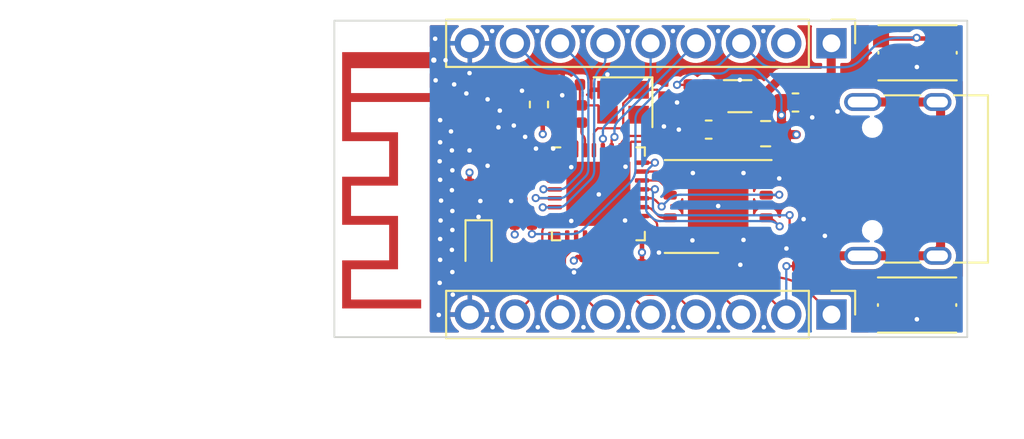
<source format=kicad_pcb>
(kicad_pcb (version 20211014) (generator pcbnew)
  (layers (0 "F.Cu" signal) (1 "In1.Cu" signal) (2 "In2.Cu" signal) (31 "B.Cu" signal) (34 "B.Paste" user) (35 "F.Paste" user) (36 "B.SilkS" user "B.Silkscreen") (37 "F.SilkS" user "F.Silkscreen") (38 "B.Mask" user) (39 "F.Mask" user) (44 "Edge.Cuts" user))
  (net 0 "")
  (net 1 "Net-(C1-Pad1)")
  (net 2 "GND")
  (net 3 "+3V3")
  (net 4 "Net-(C6-Pad1)")
  (net 5 "Net-(C8-Pad1)")
  (net 6 "Net-(C9-Pad1)")
  (net 7 "VBUS")
  (net 8 "/EN")
  (net 9 "/GPIO0")
  (net 10 "/GPIO1")
  (net 11 "/GPIO2")
  (net 12 "/GPIO3")
  (net 13 "/GPIO4")
  (net 14 "/GPIO5")
  (net 15 "/GPIO6")
  (net 16 "/GPIO7")
  (net 17 "/GPIO8")
  (net 18 "/GPIO9")
  (net 19 "/GPIO10")
  (net 20 "Net-(J3-PadS1)")
  (net 21 "/USB_D_N")
  (net 22 "/USB_D_P")
  (net 24 "Net-(J3-PadA5)")
  (net 26 "Net-(J3-PadB5)")
  (net 27 "Net-(R2-Pad2)")
  (net 28 "Net-(R3-Pad1)")
  (net 29 "Net-(R4-Pad1)")
  (net 30 "/GPIO20")
  (net 31 "/GPIO21")
  (net 32 "Net-(AE1-Pad1)")
  (net 33 "Net-(U1-Pad19)")
  (net 34 "Net-(U1-Pad20)")
  (net 35 "Net-(U1-Pad21)")
  (net 36 "Net-(U1-Pad22)")
  (net 37 "Net-(U1-Pad23)")
  (net 38 "Net-(U1-Pad24)")
  (net 39 "Net-(C10-Pad2)")
  (net 40 "Net-(L3-Pad1)")
  (net 41 "Net-(R5-Pad1)")
  (net 43 "Net-(D1-Pad2)")
  (net 44 "Net-(R8-Pad2)")
  (footprint "Package_DFN_QFN:QFN-32-1EP_5x5mm_P0.5mm_EP3.6x3.6mm" (layer "F.Cu") (at 126.5936 75.7682)
    (fp_text reference "U1" hide)
    (fp_text value "ESP32-C3" hide)
  )
  (footprint "Package_SON:WSON-8-1EP_6x5mm_P1.27mm_EP3.4x4.3mm" (layer "F.Cu") (at 133.3246 76.4794 180)
    (fp_text reference "U2" hide)
    (fp_text value "W25Q32JVZP" hide)
  )
  (footprint "Connector_USB:USB_C_Receptacle_HRO_TYPE-C-31-M-12" (layer "F.Cu") (at 144.5832 74.9326 90)
    (fp_text reference "J3" hide)
    (fp_text value "USB_C_Receptacle_USB2.0")
  )
  (footprint "Resistor_SMD:R_0402_1005Metric" (layer "F.Cu") (at 122.3772 77.47)
    (fp_text reference "R1" hide)
    (fp_text value "10K" hide)
  )
  (footprint "Capacitor_SMD:C_0402_1005Metric" (layer "F.Cu") (at 131.4958 79.756)
    (fp_text reference "C12" hide)
    (fp_text value "0.1uF" hide)
  )
  (footprint "Inductor_SMD:L_0805_2012Metric" (layer "F.Cu") (at 135.9916 72.39)
    (fp_text reference "L3" hide)
    (fp_text value "1.0uH" hide)
  )
  (footprint "Capacitor_SMD:C_0402_1005Metric" (layer "F.Cu") (at 119.3546 75.692 -90)
    (fp_text reference "C3" hide)
    (fp_text value "0.1uF" hide)
  )
  (footprint "Package_TO_SOT_SMD:SOT-563" (layer "F.Cu") (at 134.5438 70.2818)
    (fp_text reference "U3" hide)
    (fp_text value "TLV62569DRL" hide)
  )
  (footprint "Resistor_SMD:R_0402_1005Metric" (layer "F.Cu") (at 138.811 76.708 90)
    (fp_text reference "R12" hide)
    (fp_text value "5.1K" hide)
  )
  (footprint "Resistor_SMD:R_0402_1005Metric" (layer "F.Cu") (at 138.2498 78.8416)
    (fp_text reference "R14" hide)
    (fp_text value "1M" hide)
  )
  (footprint "Resistor_SMD:R_0402_1005Metric" (layer "F.Cu") (at 122.3748 79.5274 180)
    (fp_text reference "R7" hide)
    (fp_text value "1K" hide)
  )
  (footprint "Capacitor_SMD:C_0402_1005Metric" (layer "F.Cu") (at 125.074399 69.6326 180)
    (fp_text reference "C8" hide)
    (fp_text value "18pF" hide)
  )
  (footprint "Capacitor_SMD:C_0402_1005Metric" (layer "F.Cu") (at 130.2766 70.7898 -90)
    (fp_text reference "C1" hide)
    (fp_text value "18pF" hide)
  )
  (footprint "Capacitor_SMD:C_0402_1005Metric" (layer "F.Cu") (at 129.5146 79.756)
    (fp_text reference "C5" hide)
    (fp_text value "0.1uF" hide)
  )
  (footprint "Capacitor_SMD:C_0603_1608Metric" (layer "F.Cu") (at 132.7912 72.1614 180)
    (fp_text reference "C13" hide)
    (fp_text value "4.7uF" hide)
  )
  (footprint "Capacitor_SMD:C_0603_1608Metric" (layer "F.Cu") (at 137.668 70.6374)
    (fp_text reference "C14" hide)
    (fp_text value "22uF" hide)
  )
  (footprint "Connector_PinHeader_2.54mm:PinHeader_1x09_P2.54mm_Vertical" (layer "F.Cu") (at 139.69 67.31 -90)
    (fp_text reference "J1" hide)
    (fp_text value "Conn_01x09" hide)
  )
  (footprint "Capacitor_SMD:C_0402_1005Metric" (layer "F.Cu") (at 119.5578 71.2724 45)
    (fp_text reference "C11" hide)
    (fp_text value "TBD" hide)
  )
  (footprint "Inductor_SMD:L_0402_1005Metric" (layer "F.Cu") (at 120.2944 72.644 135)
    (fp_text reference "L2" hide)
    (fp_text value "TBD" hide)
  )
  (footprint "Crystal:Crystal_SMD_2520-4Pin_2.5x2.0mm" (layer "F.Cu") (at 127.9792 70.6232 180)
    (fp_text reference "Y1" hide)
    (fp_text value "40Mhz" hide)
  )
  (footprint "Resistor_SMD:R_0402_1005Metric" (layer "F.Cu") (at 138.317 75.184)
    (fp_text reference "R3" hide)
    (fp_text value "0" hide)
  )
  (footprint "Capacitor_SMD:C_0402_1005Metric" (layer "F.Cu") (at 133.4008 79.756 180)
    (fp_text reference "C10" hide)
    (fp_text value "1uF" hide)
  )
  (footprint "Resistor_SMD:R_0402_1005Metric" (layer "F.Cu") (at 138.557 72.7202 -90)
    (fp_text reference "R13" hide)
    (fp_text value "5.1K" hide)
  )
  (footprint "Capacitor_SMD:C_0402_1005Metric" (layer "F.Cu") (at 122.301 75.692 -90)
    (fp_text reference "C6" hide)
    (fp_text value "0.1uF" hide)
  )
  (footprint "Resistor_SMD:R_0402_1005Metric" (layer "F.Cu") (at 125.6424 71.2836 -90)
    (fp_text reference "R2" hide)
    (fp_text value "0" hide)
  )
  (footprint "Inductor_SMD:L_0402_1005Metric" (layer "F.Cu") (at 120.8254 75.2348)
    (fp_text reference "L1" hide)
    (fp_text value "2.0nH" hide)
  )
  (footprint "Resistor_SMD:R_0402_1005Metric" (layer "F.Cu") (at 138.2522 79.8322)
    (fp_text reference "R8" hide)
    (fp_text value "1K" hide)
  )
  (footprint "Connector_PinHeader_2.54mm:PinHeader_1x09_P2.54mm_Vertical" (layer "F.Cu") (at 139.69 82.55 -90)
    (fp_text reference "J2" hide)
    (fp_text value "Conn_01x09" hide)
  )
  (footprint "Capacitor_SMD:C_0402_1005Metric" (layer "F.Cu") (at 121.67417 73.363276 45)
    (fp_text reference "C9" hide)
    (fp_text value "TBD" hide)
  )
  (footprint "Capacitor_SMD:C_0603_1608Metric" (layer "F.Cu") (at 123.2548 70.7502 90)
    (fp_text reference "C4" hide)
    (fp_text value "10uF" hide)
  )
  (footprint "RF_Antenna:Texas_SWRA117D_2.4GHz_Left" (layer "F.Cu") (at 117.348 70.358 90)
    (fp_text reference "AE1" hide)
    (fp_text value "Antenna_Shield" hide)
  )
  (footprint "Resistor_SMD:R_0402_1005Metric" (layer "F.Cu") (at 132.1562 69.6468 180)
    (fp_text reference "R5" hide)
    (fp_text value "210K" hide)
  )
  (footprint "Capacitor_SMD:C_0402_1005Metric" (layer "F.Cu") (at 125.8316 79.8068 -90)
    (fp_text reference "C2" hide)
    (fp_text value "0.1uF" hide)
  )
  (footprint "Button_Switch_SMD:SW_Push_1P1T_NO_CK_KMR2" (layer "F.Cu") (at 144.526 67.8434)
    (fp_text reference "SW2" hide)
    (fp_text value "SW_Push" hide)
  )
  (footprint "LED_SMD:LED_0603_1608Metric" (layer "F.Cu") (at 119.8626 78.74 -90)
    (fp_text reference "D1" hide)
    (fp_text value "LED" hide)
  )
  (footprint "Button_Switch_SMD:SW_Push_1P1T_NO_CK_KMR2" (layer "F.Cu") (at 144.5006 82.0166)
    (fp_text reference "SW1" hide)
    (fp_text value "SW_Push" hide)
  )
  (footprint "Resistor_SMD:R_0402_1005Metric" (layer "F.Cu") (at 132.1562 70.6374)
    (fp_text reference "R6" hide)
    (fp_text value "47K" hide)
  )
  (footprint "Capacitor_SMD:C_0402_1005Metric" (layer "F.Cu") (at 124.5664 71.2836 90)
    (fp_text reference "C7" hide)
    (fp_text value "1uF" hide)
  )
  (footprint "Resistor_SMD:R_0402_1005Metric" (layer "F.Cu") (at 138.317001 74.168)
    (fp_text reference "R4" hide)
    (fp_text value "0" hide)
  )
  (gr_rect (start 111.76 66.04) (end 147.32 83.82) (layer "Edge.Cuts") (width 0.1) (fill none))
  (segment (start 127.913389 72.086211) (end 127.9906 72.009) (width 0.127) (layer "F.Cu") (net 1))
  (segment (start 128.8542 69.9232) (end 129.895 69.9232) (width 0.127) (layer "F.Cu") (net 1))
  (segment (start 129.895 69.9232) (end 130.2766 70.3048) (width 0.127) (layer "F.Cu") (net 1))
  (segment (start 126.567189 72.086211) (end 127.913389 72.086211) (width 0.127) (layer "F.Cu") (net 1))
  (segment (start 127.9906 72.009) (end 127.9906 70.6882) (width 0.127) (layer "F.Cu") (net 1))
  (segment (start 126.4158 72.2376) (end 126.567189 72.086211) (width 0.127) (layer "F.Cu") (net 1))
  (segment (start 126.3436 73.3182) (end 126.3436 72.411906) (width 0.127) (layer "F.Cu") (net 1))
  (segment (start 128.7556 69.9232) (end 128.8542 69.9232) (width 0.127) (layer "F.Cu") (net 1))
  (segment (start 127.9906 70.6882) (end 128.7556 69.9232) (width 0.127) (layer "F.Cu") (net 1))
  (arc (start 126.3436 72.411906) (mid 126.362364 72.317573) (end 126.4158 72.2376) (width 0.127) (layer "F.Cu") (net 1))
  (segment (start 142.4506 82.8166) (end 144.488 82.8166) (width 0.127) (layer "F.Cu") (net 2))
  (segment (start 127.1016 69.9206) (end 127.1042 69.9232) (width 0.254) (layer "F.Cu") (net 2))
  (segment (start 124.5616 69.660399) (end 124.589399 69.6326) (width 0.254) (layer "F.Cu") (net 2))
  (segment (start 126.619 75.7936) (end 126.5936 75.7682) (width 0.254) (layer "F.Cu") (net 2))
  (segment (start 140.0302 71.1454) (end 140.0302 71.2542) (width 0.254) (layer "F.Cu") (net 2))
  (segment (start 139.3194 78.13) (end 140.506 78.13) (width 0.127) (layer "F.Cu") (net 2))
  (segment (start 119.3546 76.177) (end 119.9594 76.177) (width 0.254) (layer "F.Cu") (net 2))
  (segment (start 118.0002 68.258) (end 117.348 68.258) (width 0.508) (layer "F.Cu") (net 2))
  (segment (start 130.2282 71.3232) (end 130.2766 71.2748) (width 0.254) (layer "F.Cu") (net 2))
  (segment (start 125.223965 80.178356) (end 125.337409 80.2918) (width 0.254) (layer "F.Cu") (net 2))
  (segment (start 121.6962 76.177) (end 121.6914 76.1722) (width 0.254) (layer "F.Cu") (net 2))
  (segment (start 138.6078 71.4756) (end 138.6078 72.1844) (width 0.127) (layer "F.Cu") (net 2))
  (segment (start 125.337409 80.2918) (end 125.8316 80.2918) (width 0.254) (layer "F.Cu") (net 2))
  (segment (start 122.301 69.977) (end 122.3153 69.9627) (width 0.254) (layer "F.Cu") (net 2))
  (segment (start 119.900747 70.929453) (end 120.3706 70.4596) (width 0.254) (layer "F.Cu") (net 2))
  (segment (start 133.8858 79.756) (end 134.5692 79.756) (width 0.254) (layer "F.Cu") (net 2))
  (segment (start 124.5616 70.7938) (end 124.5664 70.7986) (width 0.254) (layer "F.Cu") (net 2))
  (segment (start 129.9996 79.0726) (end 129.9972 79.0702) (width 0.254) (layer "F.Cu") (net 2))
  (segment (start 138.4555 71.3233) (end 138.4555 70.6374) (width 0.127) (layer "F.Cu") (net 2))
  (segment (start 136.4234 74.5744) (end 136.7536 74.9046) (width 0.127) (layer "F.Cu") (net 2))
  (segment (start 131.0108 79.756) (end 131.0108 79.2964) (width 0.254) (layer "F.Cu") (net 2))
  (segment (start 133.7938 70.2818) (end 134.2644 70.2818) (width 0.1524) (layer "F.Cu") (net 2))
  (segment (start 130.7846 79.0702) (end 129.9972 79.0702) (width 0.254) (layer "F.Cu") (net 2))
  (segment (start 127.1016 69.0626) (end 127.1016 69.9206) (width 0.254) (layer "F.Cu") (net 2))
  (segment (start 134.2644 70.2818) (end 134.4676 70.0786) (width 0.1524) (layer "F.Cu") (net 2))
  (segment (start 124.5616 70.231) (end 124.5616 70.7938) (width 0.254) (layer "F.Cu") (net 2))
  (segment (start 122.3153 69.9627) (end 123.2548 69.9627) (width 0.254) (layer "F.Cu") (net 2))
  (segment (start 144.488 82.8166) (end 146.5506 82.8166) (width 0.127) (layer "F.Cu") (net 2))
  (segment (start 136.0246 74.5744) (end 136.4234 74.5744) (width 0.127) (layer "F.Cu") (net 2))
  (segment (start 140.0302 71.2542) (end 140.506 71.73) (width 0.254) (layer "F.Cu") (net 2))
  (segment (start 119.8626 77.9525) (end 119.8626 77.0636) (width 0.127) (layer "F.Cu") (net 2))
  (segment (start 131.6712 70.6374) (end 131.0132 70.6374) (width 0.254) (layer "F.Cu") (net 2))
  (segment (start 137.7648 78.8416) (end 137.16 78.8416) (width 0.127) (layer "F.Cu") (net 2))
  (segment (start 129.9996 79.756) (end 129.9996 79.0726) (width 0.254) (layer "F.Cu") (net 2))
  (segment (start 119.9594 76.177) (end 119.9642 76.1722) (width 0.254) (layer "F.Cu") (net 2))
  (segment (start 144.488 68.6434) (end 146.576 68.6434) (width 0.127) (layer "F.Cu") (net 2))
  (segment (start 122.017117 73.020329) (end 122.026271 73.020329) (width 0.254) (layer "F.Cu") (net 2))
  (segment (start 122.301 76.177) (end 121.6962 76.177) (width 0.254) (layer "F.Cu") (net 2))
  (segment (start 122.026271 73.020329) (end 122.4788 72.5678) (width 0.254) (layer "F.Cu") (net 2))
  (segment (start 142.476 68.6434) (end 144.488 68.6434) (width 0.127) (layer "F.Cu") (net 2))
  (segment (start 138.811 77.193) (end 138.1276 77.193) (width 0.127) (layer "F.Cu") (net 2))
  (segment (start 139.319 78.1304) (end 139.3194 78.13) (width 0.127) (layer "F.Cu") (net 2))
  (segment (start 134.4676 70.0786) (end 134.5438 70.0024) (width 0.1524) (layer "F.Cu") (net 2))
  (segment (start 138.6078 72.1844) (end 138.557 72.2352) (width 0.127) (layer "F.Cu") (net 2))
  (segment (start 126.619 75.802882) (end 126.619 75.7936) (width 0.254) (layer "F.Cu") (net 2))
  (segment (start 118.0084 68.26) (end 118.0002 68.258) (width 0.508) (layer "F.Cu") (net 2))
  (segment (start 132.0037 72.1614) (end 131.1148 72.1614) (width 0.254) (layer "F.Cu") (net 2))
  (segment (start 128.8542 71.3232) (end 130.2282 71.3232) (width 0.254) (layer "F.Cu") (net 2))
  (segment (start 130.2766 71.2748) (end 130.2766 71.9836) (width 0.254) (layer "F.Cu") (net 2))
  (segment (start 138.6078 71.4756) (end 138.4555 71.3233) (width 0.127) (layer "F.Cu") (net 2))
  (segment (start 131.0108 79.2964) (end 130.7846 79.0702) (width 0.254) (layer "F.Cu") (net 2))
  (segment (start 134.5438 70.0024) (end 134.5438 69.3674) (width 0.1524) (layer "F.Cu") (net 2))
  (segment (start 124.5616 70.231) (end 124.5616 69.660399) (width 0.254) (layer "F.Cu") (net 2))
  (via (at 129.9972 79.0702) (size 0.4572) (drill 0.254) (layers "F.Cu" "B.Cu") (net 2))
  (via (at 117.6782 73.9394) (size 0.4572) (drill 0.254) (layers "F.Cu" "B.Cu") (net 2))
  (via (at 125.0696 77.2922) (size 0.4572) (drill 0.254) (layers "F.Cu" "B.Cu") (net 2))
  (via (at 123.19 83.2612) (size 0.4572) (drill 0.254) (layers "F.Cu" "B.Cu") (net 2))
  (via (at 144.488 68.6434) (size 0.4572) (drill 0.254) (layers "F.Cu" "B.Cu") (net 2))
  (via (at 136.7536 74.9046) (size 0.4572) (drill 0.254) (layers "F.Cu" "B.Cu") (net 2))
  (via (at 120.65 83.2612) (size 0.4572) (drill 0.254) (layers "F.Cu" "B.Cu") (net 2))
  (via (at 124.0536 73.2282) (size 0.4572) (drill 0.254) (layers "F.Cu" "B.Cu") (net 2))
  (via (at 117.7036 74.9808) (size 0.4572) (drill 0.254) (layers "F.Cu" "B.Cu") (net 2))
  (via (at 119.3546 73.3298) (size 0.4572) (drill 0.254) (layers "F.Cu" "B.Cu") (net 2))
  (via (at 144.488 82.8166) (size 0.4572) (drill 0.254) (layers "F.Cu" "B.Cu") (net 2))
  (via (at 117.6274 82.5754) (size 0.4572) (drill 0.254) (layers "F.Cu" "B.Cu") (net 2))
  (via (at 118.3894 76.7334) (size 0.4572) (drill 0.254) (layers "F.Cu" "B.Cu") (net 2))
  (via (at 118.3894 80.1624) (size 0.4572) (drill 0.254) (layers "F.Cu" "B.Cu") (net 2))
  (via (at 117.729 77.2668) (size 0.4572) (drill 0.254) (layers "F.Cu" "B.Cu") (net 2))
  (via (at 117.7036 79.4766) (size 0.4572) (drill 0.254) (layers "F.Cu" "B.Cu") (net 2))
  (via (at 118.491 69.6214) (size 0.4572) (drill 0.254) (layers "F.Cu" "B.Cu") (net 2))
  (via (at 117.4496 69.3928) (size 0.4572) (drill 0.254) (layers "F.Cu" "B.Cu") (net 2))
  (via (at 121.0564 71.0946) (size 0.4572) (drill 0.254) (layers "F.Cu" "B.Cu") (net 2))
  (via (at 117.7036 72.8726) (size 0.4572) (drill 0.254) (layers "F.Cu" "B.Cu") (net 2))
  (via (at 135.89 83.2612) (size 0.4572) (drill 0.254) (layers "F.Cu" "B.Cu") (net 2))
  (via (at 131.8768 78.3844) (size 0.4572) (drill 0.254) (layers "F.Cu" "B.Cu") (net 2))
  (via (at 134.5692 79.756) (size 0.4572) (drill 0.254) (layers "F.Cu" "B.Cu") (net 2))
  (via (at 117.4242 67.056) (size 0.4572) (drill 0.254) (layers "F.Cu" "B.Cu") (net 2))
  (via (at 120.9802 72.0344) (size 0.4572) (drill 0.254) (layers "F.Cu" "B.Cu") (net 2))
  (via (at 127.1016 69.0626) (size 0.4572) (drill 0.254) (layers "F.Cu" "B.Cu") (net 2))
  (via (at 118.364 73.3298) (size 0.4572) (drill 0.254) (layers "F.Cu" "B.Cu") (net 2))
  (via (at 123.1646 66.6242) (size 0.4572) (drill 0.254) (layers "F.Cu" "B.Cu") (net 2))
  (via (at 118.0084 68.26) (size 0.4572) (drill 0.254) (layers "F.Cu" "B.Cu") (net 2))
  (via (at 121.6914 76.1722) (size 0.4572) (drill 0.254) (layers "F.Cu" "B.Cu") (net 2))
  (via (at 134.747 74.5998) (size 0.4572) (drill 0.254) (layers "F.Cu" "B.Cu") (net 2))
  (via (at 130.2766 71.9836) (size 0.4572) (drill 0.254) (layers "F.Cu" "B.Cu") (net 2))
  (via (at 122.4788 72.5678) (size 0.4572) (drill 0.254) (layers "F.Cu" "B.Cu") (net 2))
  (via (at 131.9022 74.5998) (size 0.4572) (drill 0.254) (layers "F.Cu" "B.Cu") (net 2))
  (via (at 117.7544 76.1492) (size 0.4572) (drill 0.254) (layers "F.Cu" "B.Cu") (net 2))
  (via (at 118.3132 72.263) (size 0.4572) (drill 0.254) (layers "F.Cu" "B.Cu") (net 2))
  (via (at 130.81 83.2612) (size 0.4572) (drill 0.254) (layers "F.Cu" "B.Cu") (net 2))
  (via (at 117.7036 71.628) (size 0.4572) (drill 0.254) (layers "F.Cu" "B.Cu") (net 2))
  (via (at 128.0922 77.2668) (size 0.4572) (drill 0.254) (layers "F.Cu" "B.Cu") (net 2))
  (via (at 134.5438 69.3674) (size 0.4572) (drill 0.254) (layers "F.Cu" "B.Cu") (net 2))
  (via (at 125.7554 83.2612) (size 0.4572) (drill 0.254) (layers "F.Cu" "B.Cu") (net 2))
  (via (at 125.0696 74.2696) (size 0.4572) (drill 0.254) (layers "F.Cu" "B.Cu") (net 2))
  (via (at 139.319 78.1304) (size 0.4572) (drill 0.254) (layers "F.Cu" "B.Cu") (net 2))
  (via (at 126.619 75.802882) (size 0.4572) (drill 0.254) (layers "F.Cu" "B.Cu") (net 2))
  (via (at 133.35 83.2612) (size 0.4572) (drill 0.254) (layers "F.Cu" "B.Cu") (net 2))
  (via (at 135.8646 66.6242) (size 0.4572) (drill 0.254) (layers "F.Cu" "B.Cu") (net 2))
  (via (at 134.747 78.359) (size 0.4572) (drill 0.254) (layers "F.Cu" "B.Cu") (net 2))
  (via (at 128.27 83.2612) (size 0.4572) (drill 0.254) (layers "F.Cu" "B.Cu") (net 2))
  (via (at 117.7036 78.3082) (size 0.4572) (drill 0.254) (layers "F.Cu" "B.Cu") (net 2))
  (via (at 123.0884 73.2282) (size 0.4572) (drill 0.254) (layers "F.Cu" "B.Cu") (net 2))
  (via (at 128.2446 66.6242) (size 0.4572) (drill 0.254) (layers "F.Cu" "B.Cu") (net 2))
  (via (at 119.1768 70.1294) (size 0.4572) (drill 0.254) (layers "F.Cu" "B.Cu") (net 2))
  (via (at 124.5616 70.231) (size 0.4572) (drill 0.254) (layers "F.Cu" "B.Cu") (net 2))
  (via (at 125.73 66.6242) (size 0.4572) (drill 0.254) (layers "F.Cu" "B.Cu") (net 2))
  (via (at 118.364 75.565) (size 0.4572) (drill 0.254) (layers "F.Cu" "B.Cu") (net 2))
  (via (at 118.364 78.9178) (size 0.4572) (drill 0.254) (layers "F.Cu" "B.Cu") (net 2))
  (via (at 131.1148 72.1614) (size 0.4572) (drill 0.254) (layers "F.Cu" "B.Cu") (net 2))
  (via (at 138.1252 77.1906) (size 0.4572) (drill 0.254) (layers "F.Cu" "B.Cu") (net 2))
  (via (at 119.8626 77.0636) (size 0.4572) (drill 0.254) (layers "F.Cu" "B.Cu") (net 2))
  (via (at 138.6078 71.4756) (size 0.4572) (drill 0.254) (layers "F.Cu" "B.Cu") (net 2))
  (via (at 118.3894 74.4474) (size 0.4572) (drill 0.254) (layers "F.Cu" "B.Cu") (net 2))
  (via (at 121.8438 71.9328) (size 0.4572) (drill 0.254) (layers "F.Cu" "B.Cu") (net 2))
  (via (at 137.16 78.8416) (size 0.4572) (drill 0.254) (layers "F.Cu" "B.Cu") (net 2))
  (via (at 133.3246 76.454) (size 0.4572) (drill 0.254) (layers "F.Cu" "B.Cu") (net 2))
  (via (at 133.3246 66.6242) (size 0.4572) (drill 0.254) (layers "F.Cu" "B.Cu") (net 2))
  (via (at 128.1176 74.244892) (size 0.4572) (drill 0.254) (layers "F.Cu" "B.Cu") (net 2))
  (via (at 120.6246 66.6242) (size 0.4572) (drill 0.254) (layers "F.Cu" "B.Cu") (net 2))
  (via (at 119.3546 68.9864) (size 0.4572) (drill 0.254) (layers "F.Cu" "B.Cu") (net 2))
  (via (at 118.4148 81.4324) (size 0.4572) (drill 0.254) (layers "F.Cu" "B.Cu") (net 2))
  (via (at 120.3706 70.4596) (size 0.4572) (drill 0.254) (layers "F.Cu" "B.Cu") (net 2))
  (via (at 120.3706 74.1934) (size 0.4572) (drill 0.254) (layers "F.Cu" "B.Cu") (net 2))
  (via (at 130.7846 66.6242) (size 0.4572) (drill 0.254) (layers "F.Cu" "B.Cu") (net 2))
  (via (at 131.0132 70.6374) (size 0.4572) (drill 0.254) (layers "F.Cu" "B.Cu") (net 2))
  (via (at 118.3894 77.8002) (size 0.4572) (drill 0.254) (layers "F.Cu" "B.Cu") (net 2))
  (via (at 117.6782 80.772) (size 0.4572) (drill 0.254) (layers "F.Cu" "B.Cu") (net 2))
  (via (at 125.223965 80.178356) (size 0.4572) (drill 0.254) (layers "F.Cu" "B.Cu") (net 2))
  (via (at 122.301 69.977) (size 0.4572) (drill 0.254) (layers "F.Cu" "B.Cu") (net 2))
  (via (at 119.9642 76.1722) (size 0.4572) (drill 0.254) (layers "F.Cu" "B.Cu") (net 2))
  (via (at 140.0302 71.1454) (size 0.4572) (drill 0.254) (layers "F.Cu" "B.Cu") (net 2))
  (segment (start 125.416197 79.3218) (end 125.8316 79.3218) (width 0.254) (layer "F.Cu") (net 3))
  (segment (start 125.8436 78.2182) (end 125.8436 79.3098) (width 0.254) (layer "F.Cu") (net 3))
  (segment (start 129.0436 79.742) (end 129.0296 79.756) (width 0.254) (layer "F.Cu") (net 3))
  (segment (start 125.2728 72.8218) (end 125.3436 72.8926) (width 0.254) (layer "F.Cu") (net 3))
  (segment (start 125.095 72.263) (end 124.6006 71.7686) (width 0.254) (layer "F.Cu") (net 3))
  (segment (start 119.3546 75.207) (end 119.3546 74.572) (width 0.254) (layer "F.Cu") (net 3))
  (segment (start 123.4694 71.7523) (end 123.2548 71.5377) (width 0.254) (layer "F.Cu") (net 3))
  (segment (start 124.9426 72.8218) (end 125.095 72.8218) (width 0.254) (layer "F.Cu") (net 3))
  (segment (start 125.3436 72.8926) (end 125.3436 73.3182) (width 0.254) (layer "F.Cu") (net 3))
  (segment (start 121.8922 77.47) (end 121.8922 78.0518) (width 0.127) (layer "F.Cu") (net 3))
  (segment (start 131.6712 69.6468) (end 131.0132 69.6468) (width 0.127) (layer "F.Cu") (net 3))
  (segment (start 124.8436 72.9208) (end 124.9426 72.8218) (width 0.254) (layer "F.Cu") (net 3))
  (segment (start 123.2548 71.5377) (end 123.4721 71.755) (width 0.254) (layer "F.Cu") (net 3))
  (segment (start 121.8922 78.0518) (end 121.8946 78.0542) (width 0.127) (layer "F.Cu") (net 3))
  (segment (start 123.6218 71.755) (end 123.6354 71.7686) (width 0.254) (layer "F.Cu") (net 3))
  (segment (start 136.9799 72.4408) (end 136.8805 72.3414) (width 0.508) (layer "F.Cu") (net 3))
  (segment (start 123.4694 72.4154) (end 123.4694 71.7523) (width 0.254) (layer "F.Cu") (net 3))
  (segment (start 120.3126 75.207) (end 120.3404 75.2348) (width 0.254) (layer "F.Cu") (net 3))
  (segment (start 136.8805 72.3414) (end 136.8805 71.3487) (width 0.508) (layer "F.Cu") (net 3))
  (segment (start 119.3546 75.207) (end 120.3126 75.207) (width 0.254) (layer "F.Cu") (net 3))
  (segment (start 123.4721 71.755) (end 123.6218 71.755) (width 0.254) (layer "F.Cu") (net 3))
  (segment (start 137.7188 72.4408) (end 136.9799 72.4408) (width 0.508) (layer "F.Cu") (net 3))
  (segment (start 129.0436 77.5182) (end 129.0436 79.0586) (width 0.254) (layer "F.Cu") (net 3))
  (segment (start 125.216299 79.521698) (end 125.416197 79.3218) (width 0.254) (layer "F.Cu") (net 3))
  (segment (start 125.095 72.8218) (end 125.2728 72.8218) (width 0.254) (layer "F.Cu") (net 3))
  (segment (start 125.095 72.8218) (end 125.095 72.263) (width 0.254) (layer "F.Cu") (net 3))
  (segment (start 124.8436 73.3182) (end 124.8436 72.9208) (width 0.254) (layer "F.Cu") (net 3))
  (segment (start 129.0436 79.0586) (end 129.0436 79.742) (width 0.254) (layer "F.Cu") (net 3))
  (segment (start 136.8805 70.6374) (end 136.8805 71.3487) (width 0.508) (layer "F.Cu") (net 3))
  (segment (start 125.8436 79.3098) (end 125.8316 79.3218) (width 0.254) (layer "F.Cu") (net 3))
  (segment (start 124.6006 71.7686) (end 124.5664 71.7686) (width 0.254) (layer "F.Cu") (net 3))
  (segment (start 123.6354 71.7686) (end 124.5664 71.7686) (width 0.254) (layer "F.Cu") (net 3))
  (via (at 129.0436 79.0586) (size 0.4572) (drill 0.254) (layers "F.Cu" "B.Cu") (net 3))
  (via (at 121.8946 78.0542) (size 0.4572) (drill 0.254) (layers "F.Cu" "B.Cu") (net 3))
  (via (at 131.0132 69.6468) (size 0.4572) (drill 0.254) (layers "F.Cu" "B.Cu") (net 3))
  (via (at 123.4694 72.4154) (size 0.4572) (drill 0.254) (layers "F.Cu" "B.Cu") (net 3))
  (via (at 137.7188 72.4408) (size 0.4572) (drill 0.254) (layers "F.Cu" "B.Cu") (net 3))
  (via (at 136.8805 71.3487) (size 0.4572) (drill 0.254) (layers "F.Cu" "B.Cu") (net 3))
  (via (at 125.216299 79.521698) (size 0.4572) (drill 0.254) (layers "F.Cu" "B.Cu") (net 3))
  (via (at 119.3546 74.572) (size 0.4572) (drill 0.254) (layers "F.Cu" "B.Cu") (net 3))
  (segment (start 133.8199 68.8467) (end 133.816444 68.850155) (width 0.127) (layer "B.Cu") (net 3))
  (segment (start 136.652 69.977) (end 135.587005 68.912005) (width 0.127) (layer "B.Cu") (net 3))
  (segment (start 135.1534 68.7324) (end 134.041963 68.7324) (width 0.127) (layer "B.Cu") (net 3))
  (segment (start 136.8805 71.3487) (end 136.8805 70.528647) (width 0.127) (layer "B.Cu") (net 3))
  (segment (start 133.4262 69.0118) (end 132.0038 69.0118) (width 0.127) (layer "B.Cu") (net 3))
  (segment (start 133.858 68.8086) (end 133.8199 68.8467) (width 0.127) (layer "B.Cu") (net 3))
  (segment (start 131.396753 69.263247) (end 131.0132 69.6468) (width 0.127) (layer "B.Cu") (net 3))
  (arc (start 135.587005 68.912005) (mid 135.388065 68.779078) (end 135.1534 68.7324) (width 0.127) (layer "B.Cu") (net 3))
  (arc (start 132.0038 69.0118) (mid 131.675269 69.077149) (end 131.396753 69.263247) (width 0.127) (layer "B.Cu") (net 3))
  (arc (start 133.816444 68.850155) (mid 133.637399 68.96979) (end 133.4262 69.0118) (width 0.127) (layer "B.Cu") (net 3))
  (arc (start 134.041963 68.7324) (mid 133.942403 68.752203) (end 133.858 68.8086) (width 0.127) (layer "B.Cu") (net 3))
  (arc (start 136.8805 70.528647) (mid 136.821115 70.230098) (end 136.652 69.977) (width 0.127) (layer "B.Cu") (net 3))
  (segment (start 123.805 74.5182) (end 123.7234 74.5998) (width 0.254) (layer "F.Cu") (net 4))
  (segment (start 122.664947 75.207) (end 122.301 75.207) (width 0.254) (layer "F.Cu") (net 4))
  (segment (start 123.7234 74.5998) (end 123.7234 74.803) (width 0.254) (layer "F.Cu") (net 4))
  (segment (start 123.7234 74.803) (end 123.7234 74.942602) (width 0.254) (layer "F.Cu") (net 4))
  (segment (start 123.2281 74.8919) (end 123.0884 75.0316) (width 0.254) (layer "F.Cu") (net 4))
  (segment (start 123.7234 74.942602) (end 123.798998 75.0182) (width 0.254) (layer "F.Cu") (net 4))
  (segment (start 122.301 75.207) (end 121.3382 75.207) (width 0.254) (layer "F.Cu") (net 4))
  (segment (start 124.1436 74.5182) (end 123.805 74.5182) (width 0.254) (layer "F.Cu") (net 4))
  (segment (start 123.442723 74.803) (end 123.7234 74.803) (width 0.254) (layer "F.Cu") (net 4))
  (segment (start 122.375784 75.132216) (end 122.301 75.207) (width 0.254) (layer "F.Cu") (net 4))
  (segment (start 123.798998 75.0182) (end 124.1436 75.0182) (width 0.254) (layer "F.Cu") (net 4))
  (segment (start 122.437168 75.1936) (end 122.375784 75.132216) (width 0.254) (layer "F.Cu") (net 4))
  (segment (start 121.3382 75.207) (end 121.3104 75.2348) (width 0.254) (layer "F.Cu") (net 4))
  (arc (start 123.0884 75.0316) (mid 122.894118 75.161415) (end 122.664947 75.207) (width 0.254) (layer "F.Cu") (net 4))
  (arc (start 123.2281 74.8919) (mid 123.32657 74.826105) (end 123.442723 74.803) (width 0.254) (layer "F.Cu") (net 4))
  (segment (start 127.0534 71.4248) (end 126.9492 71.4248) (width 0.127) (layer "F.Cu") (net 5))
  (segment (start 125.559399 70.715599) (end 125.6424 70.7986) (width 0.127) (layer "F.Cu") (net 5))
  (segment (start 126.5796 70.7986) (end 127.1042 71.3232) (width 0.127) (layer "F.Cu") (net 5))
  (segment (start 125.6424 70.7986) (end 126.5796 70.7986) (width 0.127) (layer "F.Cu") (net 5))
  (segment (start 125.559399 69.6326) (end 125.559399 70.715599) (width 0.127) (layer "F.Cu") (net 5))
  (segment (start 122.078125 74.0156) (end 124.137324 74.0156) (width 0.3) (layer "F.Cu") (net 6))
  (segment (start 120.655308 73.030307) (end 121.331223 73.706223) (width 0.3) (layer "F.Cu") (net 6))
  (arc (start 120.637347 72.986947) (mid 120.642015 73.010414) (end 120.655308 73.030307) (width 0.254) (layer "F.Cu") (net 6))
  (arc (start 124.137324 74.0156) (mid 124.14072 74.016275) (end 124.1436 74.0182) (width 0.254) (layer "F.Cu") (net 6))
  (arc (start 121.331223 73.706223) (mid 121.673904 73.935196) (end 122.078125 74.0156) (width 0.3) (layer "F.Cu") (net 6))
  (segment (start 139.348089 71.801431) (end 139.359689 71.813031) (width 0.508) (layer "F.Cu") (net 7))
  (segment (start 141.986 73.106378) (end 141.362222 72.4826) (width 0.25) (layer "F.Cu") (net 7))
  (segment (start 135.2938 70.2818) (end 135.804306 70.2818) (width 0.1524) (layer "F.Cu") (net 7))
  (segment (start 140.5382 77.3826) (end 141.3876 77.3826) (width 0.25) (layer "F.Cu") (net 7))
  (segment (start 139.69 67.31) (end 139.6746 67.3254) (width 0.508) (layer "F.Cu") (net 7))
  (segment (start 139.472489 69.2558) (end 136.830306 69.2558) (width 0.508) (layer "F.Cu") (net 7))
  (segment (start 134.3232 70.7818) (end 133.7938 70.7818) (width 0.1524) (layer "F.Cu") (net 7))
  (segment (start 139.359689 71.813031) (end 139.359689 72.436111) (width 0.508) (layer "F.Cu") (net 7))
  (segment (start 139.406178 72.4826) (end 140.5382 72.4826) (width 0.508) (layer "F.Cu") (net 7))
  (segment (start 133.5787 72.1614) (end 133.8954 71.8447) (width 0.254) (layer "F.Cu") (net 7))
  (segment (start 135.804306 70.2818) (end 136.097311 69.988795) (width 0.1524) (layer "F.Cu") (net 7))
  (segment (start 133.7938 71.8447) (end 133.7938 70.808311) (width 0.254) (layer "F.Cu") (net 7))
  (segment (start 136.830306 69.2558) (end 136.097311 69.988795) (width 0.508) (layer "F.Cu") (net 7))
  (segment (start 141.986 76.7842) (end 141.986 73.106378) (width 0.25) (layer "F.Cu") (net 7))
  (segment (start 139.472489 69.2558) (end 139.348089 69.3802) (width 0.508) (layer "F.Cu") (net 7))
  (segment (start 141.362222 72.4826) (end 140.5382 72.4826) (width 0.25) (layer "F.Cu") (net 7))
  (segment (start 139.6746 67.3254) (end 139.6746 69.053689) (width 0.508) (layer "F.Cu") (net 7))
  (segment (start 134.8232 70.2818) (end 134.3232 70.7818) (width 0.1524) (layer "F.Cu") (net 7))
  (segment (start 135.2938 70.2818) (end 134.8232 70.2818) (width 0.1524) (layer "F.Cu") (net 7))
  (segment (start 139.359689 72.436111) (end 139.406178 72.4826) (width 0.508) (layer "F.Cu") (net 7))
  (segment (start 141.3876 77.3826) (end 141.986 76.7842) (width 0.25) (layer "F.Cu") (net 7))
  (segment (start 139.6746 69.053689) (end 139.472489 69.2558) (width 0.508) (layer "F.Cu") (net 7))
  (segment (start 139.348089 69.3802) (end 139.348089 71.801431) (width 0.508) (layer "F.Cu") (net 7))
  (segment (start 144.5134 67.0434) (end 144.4752 67.0052) (width 0.254) (layer "F.Cu") (net 8))
  (segment (start 146.576 67.0434) (end 144.5134 67.0434) (width 0.254) (layer "F.Cu") (net 8))
  (segment (start 144.437 67.0434) (end 144.4752 67.0052) (width 0.254) (layer "F.Cu") (net 8))
  (segment (start 123.606816 77.124816) (end 123.454416 77.277216) (width 0.127) (layer "F.Cu") (net 8))
  (segment (start 122.8622 77.47) (end 122.988995 77.47) (width 0.127) (layer "F.Cu") (net 8))
  (segment (start 122.8622 77.47) (end 122.8622 78.0264) (width 0.127) (layer "F.Cu") (net 8))
  (segment (start 142.476 67.0434) (end 144.437 67.0434) (width 0.254) (layer "F.Cu") (net 8))
  (segment (start 122.8622 78.0264) (end 122.8598 78.0288) (width 0.127) (layer "F.Cu") (net 8))
  (segment (start 124.1436 77.0182) (end 123.864209 77.0182) (width 0.127) (layer "F.Cu") (net 8))
  (via (at 144.4752 67.0052) (size 0.4572) (drill 0.254) (layers "F.Cu" "B.Cu") (net 8))
  (via (at 122.8598 78.0288) (size 0.4572) (drill 0.254) (layers "F.Cu" "B.Cu") (net 8))
  (arc (start 122.988995 77.47) (mid 123.240879 77.419897) (end 123.454416 77.277216) (width 0.127) (layer "F.Cu") (net 8))
  (arc (start 123.864209 77.0182) (mid 123.724909 77.045908) (end 123.606816 77.124816) (width 0.127) (layer "F.Cu") (net 8))
  (segment (start 133.497655 68.422345) (end 134.61 67.31) (width 0.127) (layer "B.Cu") (net 8))
  (segment (start 131.048593 68.900208) (end 131.0132 68.9356) (width 0.127) (layer "B.Cu") (net 8))
  (segment (start 136.416102 68.6562) (end 140.344464 68.6562) (width 0.127) (layer "B.Cu") (net 8))
  (segment (start 128.905 71.0438) (end 131.0132 68.9356) (width 0.127) (layer "B.Cu") (net 8))
  (segment (start 128.3589 75.1459) (end 128.371071 75.133728) (width 0.127) (layer "B.Cu") (net 8))
  (segment (start 131.699 68.6308) (end 132.9944 68.6308) (width 0.127) (layer "B.Cu") (net 8))
  (segment (start 134.61 67.31) (end 135.631 68.331) (width 0.127) (layer "B.Cu") (net 8))
  (segment (start 128.6764 74.3966) (end 128.6764 71.595689) (width 0.127) (layer "B.Cu") (net 8))
  (segment (start 125.7554 77.7494) (end 128.3589 75.1459) (width 0.127) (layer "B.Cu") (net 8))
  (segment (start 141.3256 68.2498) (end 141.959542 67.615858) (width 0.127) (layer "B.Cu") (net 8))
  (segment (start 122.8598 78.0288) (end 125.080869 78.0288) (width 0.127) (layer "B.Cu") (net 8))
  (segment (start 143.4338 67.0052) (end 144.4752 67.0052) (width 0.127) (layer "B.Cu") (net 8))
  (arc (start 135.631 68.331) (mid 135.991208 68.571683) (end 136.416102 68.6562) (width 0.127) (layer "B.Cu") (net 8))
  (arc (start 141.959542 67.615858) (mid 142.635936 67.163906) (end 143.4338 67.0052) (width 0.127) (layer "B.Cu") (net 8))
  (arc (start 128.371071 75.133728) (mid 128.597048 74.795531) (end 128.6764 74.3966) (width 0.127) (layer "B.Cu") (net 8))
  (arc (start 132.9944 68.6308) (mid 133.26676 68.576624) (end 133.497655 68.422345) (width 0.127) (layer "B.Cu") (net 8))
  (arc (start 128.6764 71.595689) (mid 128.735811 71.297009) (end 128.905 71.0438) (width 0.127) (layer "B.Cu") (net 8))
  (arc (start 140.344464 68.6562) (mid 140.875451 68.55058) (end 141.3256 68.2498) (width 0.127) (layer "B.Cu") (net 8))
  (arc (start 125.080869 78.0288) (mid 125.445922 77.956187) (end 125.7554 77.7494) (width 0.127) (layer "B.Cu") (net 8))
  (arc (start 131.699 68.6308) (mid 131.347002 68.700817) (end 131.048593 68.900208) (width 0.127) (layer "B.Cu") (net 8))
  (segment (start 124.1436 75.5182) (end 123.513951 75.5182) (width 0.127) (layer "F.Cu") (net 9))
  (segment (start 123.513951 75.5182) (end 123.507678 75.511927) (width 0.127) (layer "F.Cu") (net 9))
  (via (at 123.507678 75.511927) (size 0.4572) (drill 0.254) (layers "F.Cu" "B.Cu") (net 9))
  (segment (start 125.5014 74.676) (end 124.8156 75.3618) (width 0.127) (layer "B.Cu") (net 9))
  (segment (start 125.34539 69.18599) (end 125.3236 69.1642) (width 0.127) (layer "B.Cu") (net 9))
  (segment (start 125.7046 70.2818) (end 125.7046 70.084015) (width 0.127) (layer "B.Cu") (net 9))
  (segment (start 122.6643 68.0643) (end 121.91 67.31) (width 0.127) (layer "B.Cu") (net 9))
  (segment (start 125.7046 70.0532) (end 125.7046 70.2818) (width 0.127) (layer "B.Cu") (net 9))
  (segment (start 122.919676 68.319677) (end 122.6643 68.0643) (width 0.127) (layer "B.Cu") (net 9))
  (segment (start 124.453162 75.511927) (end 123.507678 75.511927) (width 0.127) (layer "B.Cu") (net 9))
  (segment (start 125.7046 70.2818) (end 125.7046 74.185432) (width 0.127) (layer "B.Cu") (net 9))
  (segment (start 124.342464 68.7578) (end 123.9774 68.7578) (width 0.127) (layer "B.Cu") (net 9))
  (arc (start 125.3236 69.1642) (mid 124.873451 68.86342) (end 124.342464 68.7578) (width 0.127) (layer "B.Cu") (net 9))
  (arc (start 123.9774 68.7578) (mid 123.404964 68.643935) (end 122.919676 68.319677) (width 0.127) (layer "B.Cu") (net 9))
  (arc (start 125.7046 70.084015) (mid 125.605582 69.586215) (end 125.3236 69.1642) (width 0.127) (layer "B.Cu") (net 9))
  (arc (start 124.8156 75.3618) (mid 124.649312 75.47291) (end 124.453162 75.511927) (width 0.127) (layer "B.Cu") (net 9))
  (arc (start 125.7046 74.185432) (mid 125.65179 74.450925) (end 125.5014 74.676) (width 0.127) (layer "B.Cu") (net 9))
  (segment (start 123.0872 76.0182) (end 124.1436 76.0182) (width 0.127) (layer "F.Cu") (net 10))
  (segment (start 123.0745 76.0055) (end 123.0872 76.0182) (width 0.127) (layer "F.Cu") (net 10))
  (via (at 123.0745 76.0055) (size 0.4572) (drill 0.254) (layers "F.Cu" "B.Cu") (net 10))
  (segment (start 125.583974 68.443974) (end 124.45 67.31) (width 0.127) (layer "B.Cu") (net 10))
  (segment (start 123.0745 76.0055) (end 124.444631 76.0055) (width 0.127) (layer "B.Cu") (net 10))
  (segment (start 124.8029 75.8571) (end 125.857 74.803) (width 0.127) (layer "B.Cu") (net 10))
  (segment (start 126.03112 74.382638) (end 126.03112 69.52348) (width 0.127) (layer "B.Cu") (net 10))
  (arc (start 124.444631 76.0055) (mid 124.638524 75.966933) (end 124.8029 75.8571) (width 0.127) (layer "B.Cu") (net 10))
  (arc (start 125.857 74.803) (mid 125.985868 74.610136) (end 126.03112 74.382638) (width 0.127) (layer "B.Cu") (net 10))
  (arc (start 126.03112 69.52348) (mid 125.914911 68.939256) (end 125.583974 68.443974) (width 0.127) (layer "B.Cu") (net 10))
  (segment (start 123.4694 76.5302) (end 123.4814 76.5182) (width 0.127) (layer "F.Cu") (net 11))
  (segment (start 123.4814 76.5182) (end 124.1436 76.5182) (width 0.127) (layer "F.Cu") (net 11))
  (via (at 123.4694 76.5302) (size 0.4572) (drill 0.254) (layers "F.Cu" "B.Cu") (net 11))
  (segment (start 123.4694 76.5302) (end 124.361315 76.5302) (width 0.127) (layer "B.Cu") (net 11))
  (segment (start 126.35764 74.472442) (end 126.35764 69.603855) (width 0.127) (layer "B.Cu") (net 11))
  (segment (start 124.754385 76.367385) (end 126.151385 74.970385) (width 0.127) (layer "B.Cu") (net 11))
  (segment (start 126.734071 68.695071) (end 126.810271 68.618871) (width 0.127) (layer "B.Cu") (net 11))
  (segment (start 126.99 68.184967) (end 126.99 67.31) (width 0.127) (layer "B.Cu") (net 11))
  (arc (start 126.151385 74.970385) (mid 126.304036 74.741926) (end 126.35764 74.472442) (width 0.127) (layer "B.Cu") (net 11))
  (arc (start 124.361315 76.5302) (mid 124.574042 76.487887) (end 124.754385 76.367385) (width 0.127) (layer "B.Cu") (net 11))
  (arc (start 126.810271 68.618871) (mid 126.94329 68.419795) (end 126.99 68.184967) (width 0.127) (layer "B.Cu") (net 11))
  (arc (start 126.35764 69.603855) (mid 126.455471 69.112025) (end 126.734071 68.695071) (width 0.127) (layer "B.Cu") (net 11))
  (segment (start 123.444 77.893084) (end 123.444 78.530109) (width 0.127) (layer "F.Cu") (net 12))
  (segment (start 123.6091 77.5843) (end 123.5456 77.6478) (width 0.127) (layer "F.Cu") (net 12))
  (segment (start 122.8598 79.5274) (end 122.8598 81.233919) (width 0.127) (layer "F.Cu") (net 12))
  (segment (start 123.1519 79.2353) (end 122.8598 79.5274) (width 0.127) (layer "F.Cu") (net 12))
  (segment (start 124.1436 77.5182) (end 123.768679 77.5182) (width 0.127) (layer "F.Cu") (net 12))
  (segment (start 122.6008 81.8592) (end 121.91 82.55) (width 0.127) (layer "F.Cu") (net 12))
  (arc (start 123.444 78.530109) (mid 123.368086 78.911755) (end 123.1519 79.2353) (width 0.127) (layer "F.Cu") (net 12))
  (arc (start 123.5456 77.6478) (mid 123.470405 77.760336) (end 123.444 77.893084) (width 0.127) (layer "F.Cu") (net 12))
  (arc (start 123.768679 77.5182) (mid 123.682316 77.535378) (end 123.6091 77.5843) (width 0.127) (layer "F.Cu") (net 12))
  (arc (start 122.8598 81.233919) (mid 122.792488 81.572318) (end 122.6008 81.8592) (width 0.127) (layer "F.Cu") (net 12))
  (segment (start 124.45 82.55) (end 124.3076 82.4076) (width 0.127) (layer "F.Cu") (net 13))
  (segment (start 124.3076 82.4076) (end 124.3076 79.5274) (width 0.127) (layer "F.Cu") (net 13))
  (segment (start 124.8436 78.2182) (end 124.8436 78.380676) (width 0.127) (layer "F.Cu") (net 13))
  (segment (start 124.559047 78.920353) (end 124.6632 78.8162) (width 0.127) (layer "F.Cu") (net 13))
  (arc (start 124.3076 79.5274) (mid 124.372949 79.198869) (end 124.559047 78.920353) (width 0.127) (layer "F.Cu") (net 13))
  (arc (start 124.8436 78.380676) (mid 124.796716 78.616379) (end 124.6632 78.8162) (width 0.127) (layer "F.Cu") (net 13))
  (segment (start 125.3436 78.2182) (end 125.3436 78.231268) (width 0.127) (layer "F.Cu") (net 14))
  (segment (start 124.714 80.1116) (end 124.714 79.467884) (width 0.127) (layer "F.Cu") (net 14))
  (segment (start 126.99 82.55) (end 126.7714 82.55) (width 0.127) (layer "F.Cu") (net 14))
  (segment (start 124.8156 79.2226) (end 125.006734 79.031466) (width 0.127) (layer "F.Cu") (net 14))
  (segment (start 126.7714 82.55) (end 124.983408 80.762008) (width 0.127) (layer "F.Cu") (net 14))
  (arc (start 125.006734 79.031466) (mid 125.256051 78.658337) (end 125.3436 78.2182) (width 0.127) (layer "F.Cu") (net 14))
  (arc (start 124.983408 80.762008) (mid 124.784017 80.463599) (end 124.714 80.1116) (width 0.127) (layer "F.Cu") (net 14))
  (arc (start 124.714 79.467884) (mid 124.740405 79.335138) (end 124.8156 79.2226) (width 0.127) (layer "F.Cu") (net 14))
  (segment (start 129.53 82.55) (end 128.80828 81.82828) (width 0.127) (layer "F.Cu") (net 15))
  (segment (start 127.763666 81.459466) (end 126.928947 80.624747) (width 0.127) (layer "F.Cu") (net 15))
  (segment (start 126.6775 80.0177) (end 126.6775 79.459797) (width 0.127) (layer "F.Cu") (net 15))
  (segment (start 126.3436 78.2182) (end 126.3436 78.653692) (width 0.127) (layer "F.Cu") (net 15))
  (segment (start 128.651909 81.763509) (end 128.497691 81.763509) (width 0.127) (layer "F.Cu") (net 15))
  (arc (start 128.80828 81.82828) (mid 128.736536 81.780342) (end 128.651909 81.763509) (width 0.127) (layer "F.Cu") (net 15))
  (arc (start 128.497691 81.763509) (mid 128.10044 81.684491) (end 127.763666 81.459466) (width 0.127) (layer "F.Cu") (net 15))
  (arc (start 126.3436 78.653692) (mid 126.378867 78.830992) (end 126.4793 78.9813) (width 0.127) (layer "F.Cu") (net 15))
  (arc (start 126.928947 80.624747) (mid 126.742849 80.346231) (end 126.6775 80.0177) (width 0.127) (layer "F.Cu") (net 15))
  (arc (start 126.6775 79.459797) (mid 126.62599 79.200837) (end 126.4793 78.9813) (width 0.127) (layer "F.Cu") (net 15))
  (segment (start 130.535189 81.436989) (end 128.595611 81.436989) (width 0.127) (layer "F.Cu") (net 16))
  (segment (start 127.0254 79.7306) (end 127.0254 79.170161) (width 0.127) (layer "F.Cu") (net 16))
  (segment (start 126.8436 78.731258) (end 126.8436 78.2182) (width 0.127) (layer "F.Cu") (net 16))
  (segment (start 127.484885 80.718915) (end 127.399339 80.63337) (width 0.127) (layer "F.Cu") (net 16))
  (segment (start 132.07 82.55) (end 131.2749 81.7549) (width 0.127) (layer "F.Cu") (net 16))
  (segment (start 127.925312 81.159342) (end 127.484885 80.718915) (width 0.127) (layer "F.Cu") (net 16))
  (segment (start 131.255246 81.735247) (end 131.2749 81.7549) (width 0.127) (layer "F.Cu") (net 16))
  (arc (start 127.399339 80.63337) (mid 127.122584 80.219175) (end 127.0254 79.7306) (width 0.127) (layer "F.Cu") (net 16))
  (arc (start 128.595611 81.436989) (mid 128.232848 81.364831) (end 127.925312 81.159342) (width 0.127) (layer "F.Cu") (net 16))
  (arc (start 130.535189 81.436989) (mid 130.924881 81.514504) (end 131.255246 81.735247) (width 0.127) (layer "F.Cu") (net 16))
  (arc (start 126.951485 78.991715) (mid 126.871638 78.872216) (end 126.8436 78.731258) (width 0.127) (layer "F.Cu") (net 16))
  (arc (start 127.0254 79.170161) (mid 127.006191 79.073587) (end 126.951485 78.991715) (width 0.127) (layer "F.Cu") (net 16))
  (segment (start 128.00787 80.78013) (end 128.033078 80.805337) (width 0.127) (layer "F.Cu") (net 17))
  (segment (start 127.4318 79.029921) (end 127.4318 79.712664) (width 0.127) (layer "F.Cu") (net 17))
  (segment (start 133.390618 81.330618) (end 134.61 82.55) (width 0.127) (layer "F.Cu") (net 17))
  (segment (start 128.769731 81.110469) (end 132.859131 81.110469) (width 0.127) (layer "F.Cu") (net 17))
  (segment (start 127.3436 78.2182) (end 127.3436 78.816988) (width 0.127) (layer "F.Cu") (net 17))
  (segment (start 127.77927 80.55153) (end 128.00787 80.78013) (width 0.127) (layer "F.Cu") (net 17))
  (arc (start 127.3436 78.816988) (mid 127.359922 78.899041) (end 127.4064 78.9686) (width 0.127) (layer "F.Cu") (net 17))
  (arc (start 127.4318 79.712664) (mid 127.522104 80.166655) (end 127.77927 80.55153) (width 0.127) (layer "F.Cu") (net 17))
  (arc (start 127.4064 78.9686) (mid 127.425199 78.996735) (end 127.4318 79.029921) (width 0.127) (layer "F.Cu") (net 17))
  (arc (start 132.859131 81.110469) (mid 133.14677 81.167684) (end 133.390618 81.330618) (width 0.127) (layer "F.Cu") (net 17))
  (arc (start 128.033078 80.805337) (mid 128.371057 81.031168) (end 128.769731 81.110469) (width 0.127) (layer "F.Cu") (net 17))
  (segment (start 127.8436 79.667099) (end 127.8436 78.2182) (width 0.127) (layer "F.Cu") (net 18))
  (segment (start 135.682206 81.082207) (end 135.9612 81.3612) (width 0.127) (layer "F.Cu") (net 18))
  (segment (start 137.15 82.55) (end 135.9612 81.3612) (width 0.127) (layer "F.Cu") (net 18))
  (segment (start 137.7672 79.8322) (end 137.16 79.8322) (width 0.127) (layer "F.Cu") (net 18))
  (segment (start 134.962149 80.783949) (end 128.877222 80.783949) (width 0.127) (layer "F.Cu") (net 18))
  (via (at 137.16 79.8322) (size 0.4572) (drill 0.254) (layers "F.Cu" "B.Cu") (net 18))
  (arc (start 128.877222 80.783949) (mid 128.504194 80.709749) (end 128.187955 80.498445) (width 0.127) (layer "F.Cu") (net 18))
  (arc (start 134.962149 80.783949) (mid 135.351841 80.861464) (end 135.682206 81.082207) (width 0.127) (layer "F.Cu") (net 18))
  (arc (start 128.187955 80.498445) (mid 127.933094 80.11702) (end 127.8436 79.667099) (width 0.127) (layer "F.Cu") (net 18))
  (segment (start 137.15 79.8422) (end 137.15 82.55) (width 0.127) (layer "B.Cu") (net 18))
  (segment (start 137.16 79.8322) (end 137.15 79.8422) (width 0.127) (layer "B.Cu") (net 18))
  (segment (start 128.3436 79.655034) (end 128.3436 78.2182) (width 0.127) (layer "F.Cu") (net 19))
  (segment (start 136.439029 80.457429) (end 129.16442 80.457429) (width 0.127) (layer "F.Cu") (net 19))
  (segment (start 138.433612 81.283613) (end 138.5316 81.3816) (width 0.127) (layer "F.Cu") (net 19))
  (segment (start 139.69 82.55) (end 139.69 82.54) (width 0.127) (layer "F.Cu") (net 19))
  (segment (start 139.69 82.54) (end 138.5316 81.3816) (width 0.127) (layer "F.Cu") (net 19))
  (arc (start 136.439029 80.457429) (mid 137.51849 80.672147) (end 138.433612 81.283613) (width 0.127) (layer "F.Cu") (net 19))
  (arc (start 128.5748 80.2132) (mid 128.403686 79.957111) (end 128.3436 79.655034) (width 0.127) (layer "F.Cu") (net 19))
  (arc (start 129.16442 80.457429) (mid 128.84532 80.393956) (end 128.5748 80.2132) (width 0.127) (layer "F.Cu") (net 19))
  (segment (start 145.8214 78.7948) (end 145.8214 70.989) (width 0.508) (layer "F.Cu") (net 20))
  (segment (start 145.3662 79.25) (end 145.8214 78.7948) (width 0.508) (layer "F.Cu") (net 20))
  (segment (start 139.438199 79.25) (end 145.3662 79.25) (width 0.508) (layer "F.Cu") (net 20))
  (segment (start 145.8214 70.989) (end 145.4424 70.61) (width 0.508) (layer "F.Cu") (net 20))
  (segment (start 145.4424 70.61) (end 141.086 70.61) (width 0.508) (layer "F.Cu") (net 20))
  (segment (start 139.029799 78.8416) (end 139.438199 79.25) (width 0.508) (layer "F.Cu") (net 20))
  (segment (start 138.7348 78.8416) (end 139.029799 78.8416) (width 0.508) (layer "F.Cu") (net 20))
  (segment (start 139.634578 75.68) (end 139.550189 75.595611) (width 0.127) (layer "F.Cu") (net 21))
  (segment (start 140.506 74.68) (end 139.865326 74.68) (width 0.127) (layer "F.Cu") (net 21))
  (segment (start 139.662989 74.763811) (end 139.5984 74.8284) (width 0.127) (layer "F.Cu") (net 21))
  (segment (start 139.550189 74.876611) (end 139.5984 74.8284) (width 0.127) (layer "F.Cu") (net 21))
  (segment (start 139.550189 75.595611) (end 139.550189 74.876611) (width 0.127) (layer "F.Cu") (net 21))
  (segment (start 139.1158 75.184) (end 138.802 75.184) (width 0.127) (layer "F.Cu") (net 21))
  (segment (start 139.5984 74.8284) (end 139.332602 75.094197) (width 0.127) (layer "F.Cu") (net 21))
  (segment (start 140.506 75.68) (end 139.634578 75.68) (width 0.127) (layer "F.Cu") (net 21))
  (arc (start 139.332602 75.094197) (mid 139.233133 75.160661) (end 139.1158 75.184) (width 0.127) (layer "F.Cu") (net 21))
  (arc (start 139.865326 74.68) (mid 139.755822 74.701782) (end 139.662989 74.763811) (width 0.127) (layer "F.Cu") (net 21))
  (segment (start 141.262022 74.18) (end 141.3376 74.18) (width 0.127) (layer "F.Cu") (net 22))
  (segment (start 139.890913 74.18) (end 141.262022 74.18) (width 0.127) (layer "F.Cu") (net 22))
  (segment (start 139.289242 74.4474) (end 139.4206 74.4474) (width 0.127) (layer "F.Cu") (net 22))
  (segment (start 139.034166 74.264166) (end 139.1666 74.3966) (width 0.127) (layer "F.Cu") (net 22))
  (segment (start 139.550681 74.393518) (end 139.6746 74.2696) (width 0.127) (layer "F.Cu") (net 22))
  (segment (start 141.5288 74.9808) (end 141.3296 75.18) (width 0.127) (layer "F.Cu") (net 22))
  (segment (start 141.3376 74.18) (end 141.5288 74.3712) (width 0.127) (layer "F.Cu") (net 22))
  (segment (start 141.3296 75.18) (end 140.506 75.18) (width 0.127) (layer "F.Cu") (net 22))
  (segment (start 141.5288 74.3712) (end 141.5288 74.9808) (width 0.127) (layer "F.Cu") (net 22))
  (arc (start 139.6746 74.2696) (mid 139.773846 74.203285) (end 139.890913 74.18) (width 0.127) (layer "F.Cu") (net 22))
  (arc (start 139.4206 74.4474) (mid 139.491 74.433397) (end 139.550681 74.393518) (width 0.127) (layer "F.Cu") (net 22))
  (arc (start 139.1666 74.3966) (mid 139.222868 74.434198) (end 139.289242 74.4474) (width 0.127) (layer "F.Cu") (net 22))
  (segment (start 138.854 76.18) (end 140.506 76.18) (width 0.127) (layer "F.Cu") (net 24))
  (segment (start 138.811 76.223) (end 138.854 76.18) (width 0.127) (layer "F.Cu") (net 24))
  (segment (start 140.506 73.18) (end 138.5822 73.18) (width 0.127) (layer "F.Cu") (net 26))
  (segment (start 138.5822 73.18) (end 138.557 73.2052) (width 0.127) (layer "F.Cu") (net 26))
  (segment (start 125.8436 72.765854) (end 125.8436 73.3182) (width 0.127) (layer "F.Cu") (net 27))
  (segment (start 125.6424 72.280115) (end 125.6424 71.7686) (width 0.127) (layer "F.Cu") (net 27))
  (arc (start 125.8436 72.765854) (mid 125.814077 72.617429) (end 125.73 72.4916) (width 0.127) (layer "F.Cu") (net 27))
  (arc (start 125.73 72.4916) (mid 125.665167 72.394571) (end 125.6424 72.280115) (width 0.127) (layer "F.Cu") (net 27))
  (segment (start 131.29628 73.75792) (end 135.792976 73.75792) (width 0.127) (layer "F.Cu") (net 28))
  (segment (start 128.45148 72.84352) (end 129.513541 72.84352) (width 0.127) (layer "F.Cu") (net 28))
  (segment (start 136.84992 74.145102) (end 137.832 75.127182) (width 0.127) (layer "F.Cu") (net 28))
  (segment (start 130.625506 73.480077) (end 130.604515 73.459085) (width 0.127) (layer "F.Cu") (net 28))
  (segment (start 128.3436 73.3182) (end 128.3436 73.103965) (width 0.127) (layer "F.Cu") (net 28))
  (segment (start 130.325115 73.179685) (end 130.604515 73.459085) (width 0.127) (layer "F.Cu") (net 28))
  (segment (start 137.832 75.127182) (end 137.832 75.184) (width 0.127) (layer "F.Cu") (net 28))
  (arc (start 135.792976 73.75792) (mid 136.355314 73.858341) (end 136.84992 74.145102) (width 0.127) (layer "F.Cu") (net 28))
  (arc (start 131.29628 73.75792) (mid 130.93326 73.685711) (end 130.625506 73.480077) (width 0.127) (layer "F.Cu") (net 28))
  (arc (start 129.513541 72.84352) (mid 129.952761 72.930886) (end 130.325115 73.179685) (width 0.127) (layer "F.Cu") (net 28))
  (arc (start 128.3436 73.103965) (mid 128.371637 72.963014) (end 128.45148 72.84352) (width 0.127) (layer "F.Cu") (net 28))
  (segment (start 129.621306 72.517) (end 128.386524 72.517) (width 0.127) (layer "F.Cu") (net 29))
  (segment (start 130.7846 73.1774) (end 130.4798 72.8726) (width 0.127) (layer "F.Cu") (net 29))
  (segment (start 128.160445 72.610645) (end 127.982645 72.788445) (width 0.127) (layer "F.Cu") (net 29))
  (segment (start 135.864819 73.4314) (end 131.39781 73.4314) (width 0.127) (layer "F.Cu") (net 29))
  (segment (start 137.832001 74.168) (end 137.643128 74.168) (width 0.127) (layer "F.Cu") (net 29))
  (segment (start 127.8436 73.124129) (end 127.8436 73.3182) (width 0.127) (layer "F.Cu") (net 29))
  (arc (start 131.39781 73.4314) (mid 131.065944 73.365388) (end 130.7846 73.1774) (width 0.127) (layer "F.Cu") (net 29))
  (arc (start 130.4798 72.8726) (mid 130.085919 72.609417) (end 129.621306 72.517) (width 0.127) (layer "F.Cu") (net 29))
  (arc (start 127.982645 72.788445) (mid 127.879736 72.942459) (end 127.8436 73.124129) (width 0.127) (layer "F.Cu") (net 29))
  (arc (start 128.386524 72.517) (mid 128.264171 72.541338) (end 128.160445 72.610645) (width 0.127) (layer "F.Cu") (net 29))
  (arc (start 137.1219 73.9521) (mid 136.545146 73.566725) (end 135.864819 73.4314) (width 0.127) (layer "F.Cu") (net 29))
  (arc (start 137.643128 74.168) (mid 137.361042 74.11189) (end 137.1219 73.9521) (width 0.127) (layer "F.Cu") (net 29))
  (segment (start 127.340851 72.811149) (end 127.340851 72.734995) (width 0.127) (layer "F.Cu") (net 30))
  (segment (start 127.340851 73.315451) (end 127.340851 72.811149) (width 0.127) (layer "F.Cu") (net 30))
  (segment (start 127.340851 72.734995) (end 127.498035 72.577811) (width 0.127) (layer "F.Cu") (net 30))
  (segment (start 127.3436 73.3182) (end 127.340851 73.315451) (width 0.127) (layer "F.Cu") (net 30))
  (via (at 127.498035 72.577811) (size 0.4572) (drill 0.254) (layers "F.Cu" "B.Cu") (net 30))
  (segment (start 127.498035 72.577811) (end 127.498035 72.176354) (width 0.127) (layer "B.Cu") (net 30))
  (segment (start 127.7062 71.6738) (end 132.07 67.31) (width 0.127) (layer "B.Cu") (net 30))
  (arc (start 127.498035 72.176354) (mid 127.552135 71.904374) (end 127.7062 71.6738) (width 0.127) (layer "B.Cu") (net 30))
  (segment (start 126.84924 72.679411) (end 126.8436 72.685051) (width 0.127) (layer "F.Cu") (net 31))
  (segment (start 126.8436 72.685051) (end 126.8436 73.3182) (width 0.127) (layer "F.Cu") (net 31))
  (via (at 126.84924 72.679411) (size 0.4572) (drill 0.254) (layers "F.Cu" "B.Cu") (net 31))
  (segment (start 126.84924 72.26136) (end 126.84924 72.679411) (width 0.127) (layer "B.Cu") (net 31))
  (segment (start 129.53 67.31) (end 129.53 68.971) (width 0.127) (layer "B.Cu") (net 31))
  (segment (start 129.242632 69.664768) (end 126.992924 71.914476) (width 0.127) (layer "B.Cu") (net 31))
  (arc (start 126.992924 71.914476) (mid 126.886582 72.073628) (end 126.84924 72.26136) (width 0.127) (layer "B.Cu") (net 31))
  (arc (start 129.53 68.971) (mid 129.455315 69.346464) (end 129.242632 69.664768) (width 0.127) (layer "B.Cu") (net 31))
  (segment (start 118.388486 70.788987) (end 119.214849 71.615351) (width 0.3) (layer "F.Cu") (net 32))
  (segment (start 119.900559 72.301053) (end 119.214853 71.615347) (width 0.3) (layer "F.Cu") (net 32))
  (segment (start 119.951453 72.301053) (end 119.900559 72.301053) (width 0.254) (layer "F.Cu") (net 32))
  (arc (start 117.348 70.358) (mid 117.91111 70.47001) (end 118.388492 70.788986) (width 0.3) (layer "F.Cu") (net 32))
  (segment (start 129.643885 76.680315) (end 129.961385 76.997815) (width 0.127) (layer "F.Cu") (net 33))
  (segment (start 129.0436 76.5182) (end 129.252505 76.5182) (width 0.127) (layer "F.Cu") (net 33))
  (segment (start 130.6246 77.1144) (end 130.242846 77.1144) (width 0.127) (layer "F.Cu") (net 33))
  (arc (start 130.242846 77.1144) (mid 130.090521 77.084101) (end 129.961385 76.997815) (width 0.127) (layer "F.Cu") (net 33))
  (arc (start 129.252505 76.5182) (mid 129.464318 76.560332) (end 129.643885 76.680315) (width 0.127) (layer "F.Cu") (net 33))
  (segment (start 136.7536 75.819) (end 136.7282 75.8444) (width 0.127) (layer "F.Cu") (net 34))
  (segment (start 136.7282 75.8444) (end 136.0246 75.8444) (width 0.127) (layer "F.Cu") (net 34))
  (segment (start 129.4932 76.0182) (end 129.0436 76.0182) (width 0.127) (layer "F.Cu") (net 34))
  (segment (start 129.823877 76.155171) (end 129.844053 76.175347) (width 0.127) (layer "F.Cu") (net 34))
  (segment (start 130.150022 76.481315) (end 129.844053 76.175347) (width 0.127) (layer "F.Cu") (net 34))
  (via (at 136.7536 75.819) (size 0.4572) (drill 0.254) (layers "F.Cu" "B.Cu") (net 34))
  (via (at 130.150022 76.481315) (size 0.4572) (drill 0.254) (layers "F.Cu" "B.Cu") (net 34))
  (arc (start 129.4932 76.0182) (mid 129.672161 76.053798) (end 129.823877 76.155171) (width 0.127) (layer "F.Cu") (net 34))
  (segment (start 136.7536 75.819) (end 131.227082 75.819) (width 0.127) (layer "B.Cu") (net 34))
  (segment (start 130.519069 76.112269) (end 130.150022 76.481315) (width 0.127) (layer "B.Cu") (net 34))
  (arc (start 131.227082 75.819) (mid 130.843909 75.895217) (end 130.519069 76.112269) (width 0.127) (layer "B.Cu") (net 34))
  (segment (start 129.7686 75.511906) (end 129.762306 75.5182) (width 0.127) (layer "F.Cu") (net 35))
  (segment (start 129.762306 75.5182) (end 129.0436 75.5182) (width 0.127) (layer "F.Cu") (net 35))
  (segment (start 137.1473 78.1431) (end 137.049684 78.240716) (width 0.127) (layer "F.Cu") (net 35))
  (segment (start 137.3378 76.962) (end 137.3378 77.683193) (width 0.127) (layer "F.Cu") (net 35))
  (segment (start 136.7028 78.3844) (end 136.0246 78.3844) (width 0.127) (layer "F.Cu") (net 35))
  (via (at 137.3378 76.962) (size 0.4572) (drill 0.254) (layers "F.Cu" "B.Cu") (net 35))
  (via (at 129.7686 75.511906) (size 0.4572) (drill 0.254) (layers "F.Cu" "B.Cu") (net 35))
  (arc (start 137.049684 78.240716) (mid 136.890532 78.347058) (end 136.7028 78.3844) (width 0.127) (layer "F.Cu") (net 35))
  (arc (start 137.3378 77.683193) (mid 137.288291 77.932092) (end 137.1473 78.1431) (width 0.127) (layer "F.Cu") (net 35))
  (segment (start 137.326874 76.972926) (end 130.115753 76.972926) (width 0.127) (layer "B.Cu") (net 35))
  (segment (start 129.826632 76.853168) (end 129.775832 76.802368) (width 0.127) (layer "B.Cu") (net 35))
  (segment (start 129.658411 76.518889) (end 129.658411 75.622095) (width 0.127) (layer "B.Cu") (net 35))
  (segment (start 129.658411 75.622095) (end 129.7686 75.511906) (width 0.127) (layer "B.Cu") (net 35))
  (segment (start 137.3378 76.962) (end 137.326874 76.972926) (width 0.127) (layer "B.Cu") (net 35))
  (arc (start 130.115753 76.972926) (mid 129.959282 76.941802) (end 129.826632 76.853168) (width 0.127) (layer "B.Cu") (net 35))
  (arc (start 129.775832 76.802368) (mid 129.688927 76.672306) (end 129.658411 76.518889) (width 0.127) (layer "B.Cu") (net 35))
  (segment (start 129.0436 75.0182) (end 129.839451 75.0182) (width 0.127) (layer "F.Cu") (net 36))
  (segment (start 130.6246 75.646471) (end 130.6246 75.8444) (width 0.127) (layer "F.Cu") (net 36))
  (segment (start 130.032241 75.054112) (end 130.6246 75.646471) (width 0.127) (layer "F.Cu") (net 36))
  (arc (start 129.839451 75.0182) (mid 129.937259 75.027834) (end 130.032241 75.054112) (width 0.127) (layer "F.Cu") (net 36))
  (segment (start 129.0436 74.5182) (end 130.5684 74.5182) (width 0.127) (layer "F.Cu") (net 37))
  (segment (start 130.5684 74.5182) (end 130.6246 74.5744) (width 0.127) (layer "F.Cu") (net 37))
  (segment (start 136.779 77.597) (end 136.525 77.343) (width 0.127) (layer "F.Cu") (net 38))
  (segment (start 136.488591 77.306592) (end 136.525 77.343) (width 0.127) (layer "F.Cu") (net 38))
  (segment (start 129.0436 74.0182) (end 129.766 74.0182) (width 0.127) (layer "F.Cu") (net 38))
  (segment (start 129.766 74.0182) (end 129.7686 74.0156) (width 0.127) (layer "F.Cu") (net 38))
  (via (at 136.779 77.597) (size 0.4572) (drill 0.254) (layers "F.Cu" "B.Cu") (net 38))
  (via (at 129.7686 74.0156) (size 0.4572) (drill 0.254) (layers "F.Cu" "B.Cu") (net 38))
  (arc (start 136.0246 77.1144) (mid 136.27571 77.164349) (end 136.488591 77.306592) (width 0.127) (layer "F.Cu") (net 38))
  (segment (start 136.696972 77.514972) (end 136.779 77.597) (width 0.127) (layer "B.Cu") (net 38))
  (segment (start 129.633847 77.122153) (end 129.367147 76.855453) (width 0.127) (layer "B.Cu") (net 38))
  (segment (start 136.176646 77.299446) (end 130.06187 77.299446) (width 0.127) (layer "B.Cu") (net 38))
  (segment (start 129.276989 76.637793) (end 129.276989 74.753441) (width 0.127) (layer "B.Cu") (net 38))
  (segment (start 129.4511 74.3331) (end 129.7686 74.0156) (width 0.127) (layer "B.Cu") (net 38))
  (arc (start 136.176646 77.299446) (mid 136.458244 77.355459) (end 136.696972 77.514972) (width 0.127) (layer "B.Cu") (net 38))
  (arc (start 129.367147 76.855453) (mid 129.300419 76.755589) (end 129.276989 76.637793) (width 0.127) (layer "B.Cu") (net 38))
  (arc (start 130.06187 77.299446) (mid 129.830226 77.253369) (end 129.633847 77.122153) (width 0.127) (layer "B.Cu") (net 38))
  (arc (start 129.276989 74.753441) (mid 129.322239 74.525955) (end 129.4511 74.3331) (width 0.127) (layer "B.Cu") (net 38))
  (segment (start 129.330072 77.0182) (end 129.0436 77.0182) (width 0.127) (layer "F.Cu") (net 39))
  (segment (start 130.4798 78.3844) (end 130.1623 78.0669) (width 0.127) (layer "F.Cu") (net 39))
  (segment (start 131.9808 79.6568) (end 131.9808 79.756) (width 0.127) (layer "F.Cu") (net 39))
  (segment (start 129.794 77.2922) (end 129.6543 77.1525) (width 0.127) (layer "F.Cu") (net 39))
  (segment (start 130.7084 78.3844) (end 131.9808 79.6568) (width 0.127) (layer "F.Cu") (net 39))
  (segment (start 129.8956 77.6224) (end 129.8956 77.537484) (width 0.127) (layer "F.Cu") (net 39))
  (segment (start 130.6246 78.3844) (end 130.7084 78.3844) (width 0.127) (layer "F.Cu") (net 39))
  (segment (start 130.021324 77.925923) (end 130.1623 78.0669) (width 0.127) (layer "F.Cu") (net 39))
  (segment (start 131.9808 79.756) (end 132.9158 79.756) (width 0.127) (layer "F.Cu") (net 39))
  (segment (start 130.6246 78.3844) (end 130.4798 78.3844) (width 0.127) (layer "F.Cu") (net 39))
  (arc (start 129.6543 77.1525) (mid 129.505542 77.053103) (end 129.330072 77.0182) (width 0.127) (layer "F.Cu") (net 39))
  (arc (start 129.8956 77.6224) (mid 129.928274 77.786666) (end 130.021324 77.925923) (width 0.127) (layer "F.Cu") (net 39))
  (arc (start 129.8956 77.537484) (mid 129.869196 77.404738) (end 129.794 77.2922) (width 0.127) (layer "F.Cu") (net 39))
  (segment (start 135.0541 72.39) (end 135.0541 71.3463) (width 0.508) (layer "F.Cu") (net 40))
  (segment (start 135.0541 71.3463) (end 135.2938 71.1066) (width 0.508) (layer "F.Cu") (net 40))
  (segment (start 135.2938 71.1066) (end 135.2938 70.935311) (width 0.508) (layer "F.Cu") (net 40))
  (segment (start 133.1816 69.6468) (end 133.3166 69.7818) (width 0.1524) (layer "F.Cu") (net 41))
  (segment (start 133.3166 69.7818) (end 133.7938 69.7818) (width 0.1524) (layer "F.Cu") (net 41))
  (segment (start 132.6412 69.6468) (end 133.1816 69.6468) (width 0.1524) (layer "F.Cu") (net 41))
  (segment (start 132.6412 70.6374) (end 132.6412 70.4572) (width 0.1524) (layer "F.Cu") (net 41))
  (segment (start 132.6412 70.4572) (end 133.3166 69.7818) (width 0.1524) (layer "F.Cu") (net 41))
  (segment (start 119.8627 79.5274) (end 119.8626 79.5275) (width 0.127) (layer "F.Cu") (net 43))
  (segment (start 121.8898 79.5274) (end 119.8627 79.5274) (width 0.127) (layer "F.Cu") (net 43))
  (segment (start 142.4506 81.2166) (end 146.5506 81.2166) (width 0.127) (layer "F.Cu") (net 44))
  (segment (start 140.88517 80.839571) (end 140.7287 80.6831) (width 0.127) (layer "F.Cu") (net 44))
  (segment (start 142.4506 81.2166) (end 141.7954 81.2166) (width 0.127) (layer "F.Cu") (net 44))
  (segment (start 140.7287 80.6831) (end 140.416616 80.371015) (width 0.127) (layer "F.Cu") (net 44))
  (segment (start 139.1158 79.8322) (end 138.7372 79.8322) (width 0.127) (layer "F.Cu") (net 44))
  (arc (start 140.416616 80.371015) (mid 139.819796 79.972234) (end 139.1158 79.8322) (width 0.127) (layer "F.Cu") (net 44))
  (arc (start 141.7954 81.2166) (mid 141.302787 81.118613) (end 140.88517 80.839571) (width 0.127) (layer "F.Cu") (net 44))
  (zone (net 2) (net_name "GND") (layers F&B.Cu) (connect_pads (clearance 0.254)) (min_thickness 0.127) (fill yes (thermal_gap 0.254) (thermal_bridge_width 0.254))
    (polygon (pts (xy 147.32 83.82) (xy 117.1194 83.82) (xy 117.1194 66.04) (xy 147.32 66.04)))
  )
)
</source>
